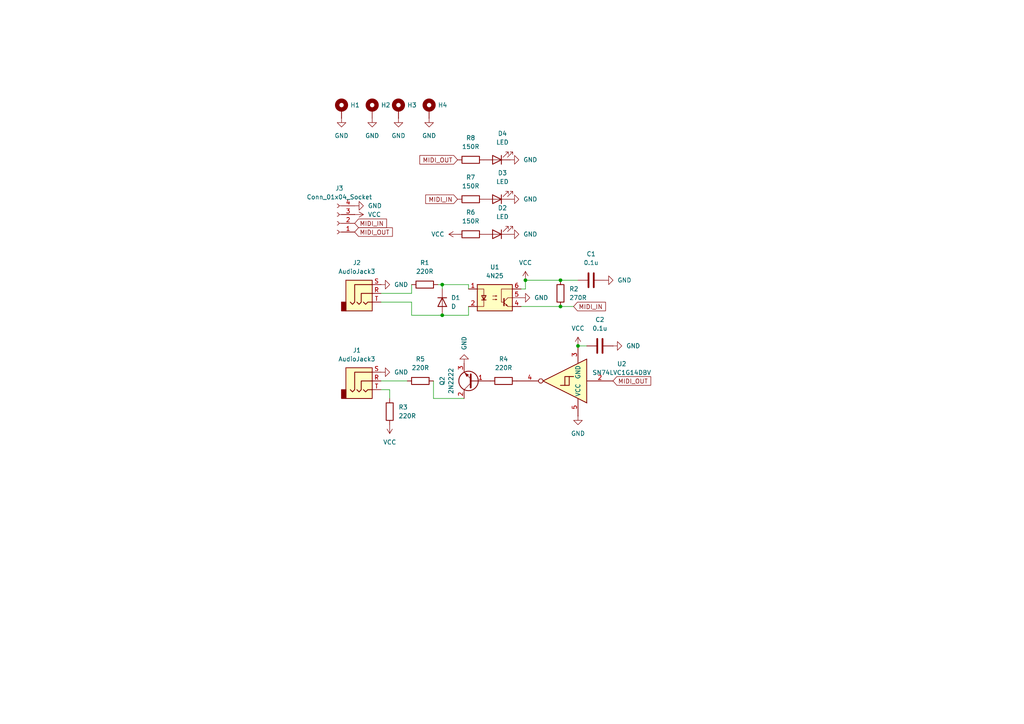
<source format=kicad_sch>
(kicad_sch (version 20231120) (generator "eeschema") (generator_version "8.0")
  (paper "A4")
  (lib_symbols
    (symbol "74xGxx:SN74LVC1G14DBV"
      (property "Reference" "U" (at 0 3.81 0))
      (property "Value" "SN74LVC1G14DBV" (at 0 -3.81 0))
      (symbol "SN74LVC1G14DBV_0_1"
        (polyline (pts (xy -7.62 6.35) (xy -7.62 -6.35) (xy 5.08 0) (xy -7.62 6.35)) (stroke (width 0.254)) (fill (type background)))
      )
      (symbol "SN74LVC1G14DBV_1_1"
        (polyline (pts (xy -3.81 -1.27) (xy -1.27 -1.27) (xy -1.27 1.27)) (stroke (width 0.254)))
        (polyline (pts (xy -2.54 -1.27) (xy -2.54 1.27) (xy 0 1.27)) (stroke (width 0.254)))
        (pin no_connect line (at -7.62 5.08 180) (length 5.08) hide (name "NC") (number "1"))
        (pin input line (at -15.24 0 0) (length 7.62) (name "~") (number "2"))
        (pin power_in line (at -5.08 -10.16 90) (length 5.08) (name "GND") (number "3"))
        (pin output inverted (at 12.7 0 180) (length 7.62) (name "~") (number "4"))
        (pin power_in line (at -5.08 10.16 270) (length 5.08) (name "VCC") (number "5"))
      )
    )
    (symbol "Connector:Conn_01x04_Socket" (pin_names (offset 1.016) hide)
      (property "Reference" "J" (at 0 5.08 0))
      (property "Value" "Conn_01x04_Socket" (at 0 -7.62 0))
      (symbol "Conn_01x04_Socket_1_1"
        (arc (start 0 -4.572) (mid -0.5058 -5.08) (end 0 -5.588) (stroke (width 0.1524)))
        (arc (start 0 -2.032) (mid -0.5058 -2.54) (end 0 -3.048) (stroke (width 0.1524)))
        (polyline (pts (xy -1.27 -5.08) (xy -0.508 -5.08)) (stroke (width 0.1524)))
        (polyline (pts (xy -1.27 -2.54) (xy -0.508 -2.54)) (stroke (width 0.1524)))
        (polyline (pts (xy -1.27 0) (xy -0.508 0)) (stroke (width 0.1524)))
        (polyline (pts (xy -1.27 2.54) (xy -0.508 2.54)) (stroke (width 0.1524)))
        (arc (start 0 0.508) (mid -0.5058 0) (end 0 -0.508) (stroke (width 0.1524)))
        (arc (start 0 3.048) (mid -0.5058 2.54) (end 0 2.032) (stroke (width 0.1524)))
        (pin passive line (at -5.08 2.54 0) (length 3.81) (name "Pin_1") (number "1"))
        (pin passive line (at -5.08 0 0) (length 3.81) (name "Pin_2") (number "2"))
        (pin passive line (at -5.08 -2.54 0) (length 3.81) (name "Pin_3") (number "3"))
        (pin passive line (at -5.08 -5.08 0) (length 3.81) (name "Pin_4") (number "4"))
      )
    )
    (symbol "Connector_Audio:AudioJack3"
      (property "Reference" "J" (at 0 8.89 0))
      (property "Value" "AudioJack3" (at 0 6.35 0))
      (symbol "AudioJack3_0_1"
        (rectangle (start -5.08 -5.08) (end -6.35 -2.54) (stroke (width 0.254)) (fill (type outline)))
        (polyline (pts (xy 0 -2.54) (xy 0.635 -3.175) (xy 1.27 -2.54) (xy 2.54 -2.54)) (stroke (width 0.254)))
        (polyline (pts (xy -1.905 -2.54) (xy -1.27 -3.175) (xy -0.635 -2.54) (xy -0.635 0) (xy 2.54 0)) (stroke (width 0.254)))
        (polyline (pts (xy 2.54 2.54) (xy -2.54 2.54) (xy -2.54 -2.54) (xy -3.175 -3.175) (xy -3.81 -2.54)) (stroke (width 0.254)))
        (rectangle (start 2.54 3.81) (end -5.08 -5.08) (stroke (width 0.254)) (fill (type background)))
      )
      (symbol "AudioJack3_1_1"
        (pin passive line (at 5.08 0 180) (length 2.54) (name "~") (number "R"))
        (pin passive line (at 5.08 2.54 180) (length 2.54) (name "~") (number "S"))
        (pin passive line (at 5.08 -2.54 180) (length 2.54) (name "~") (number "T"))
      )
    )
    (symbol "Device:C" (pin_numbers hide) (pin_names (offset 0.254))
      (property "Reference" "C" (at 0.635 2.54 0))
      (property "Value" "C" (at 0.635 -2.54 0))
      (symbol "C_0_1"
        (polyline (pts (xy -2.032 -0.762) (xy 2.032 -0.762)) (stroke (width 0.508)))
        (polyline (pts (xy -2.032 0.762) (xy 2.032 0.762)) (stroke (width 0.508)))
      )
      (symbol "C_1_1"
        (pin passive line (at 0 3.81 270) (length 2.794) (name "~") (number "1"))
        (pin passive line (at 0 -3.81 90) (length 2.794) (name "~") (number "2"))
      )
    )
    (symbol "Device:D" (pin_numbers hide) (pin_names (offset 1.016) hide)
      (property "Reference" "D" (at 0 2.54 0))
      (property "Value" "D" (at 0 -2.54 0))
      (symbol "D_0_1"
        (polyline (pts (xy -1.27 1.27) (xy -1.27 -1.27)) (stroke (width 0.254)))
        (polyline (pts (xy 1.27 0) (xy -1.27 0)))
        (polyline (pts (xy 1.27 1.27) (xy 1.27 -1.27) (xy -1.27 0) (xy 1.27 1.27)) (stroke (width 0.254)))
      )
      (symbol "D_1_1"
        (pin passive line (at -3.81 0 0) (length 2.54) (name "K") (number "1"))
        (pin passive line (at 3.81 0 180) (length 2.54) (name "A") (number "2"))
      )
    )
    (symbol "Device:LED" (pin_numbers hide) (pin_names (offset 1.016) hide)
      (property "Reference" "D" (at 0 2.54 0))
      (property "Value" "LED" (at 0 -2.54 0))
      (symbol "LED_0_1"
        (polyline (pts (xy -1.27 -1.27) (xy -1.27 1.27)) (stroke (width 0.254)))
        (polyline (pts (xy -1.27 0) (xy 1.27 0)))
        (polyline (pts (xy 1.27 -1.27) (xy 1.27 1.27) (xy -1.27 0) (xy 1.27 -1.27)) (stroke (width 0.254)))
        (polyline (pts (xy -3.048 -0.762) (xy -4.572 -2.286) (xy -3.81 -2.286) (xy -4.572 -2.286) (xy -4.572 -1.524)))
        (polyline (pts (xy -1.778 -0.762) (xy -3.302 -2.286) (xy -2.54 -2.286) (xy -3.302 -2.286) (xy -3.302 -1.524)))
      )
      (symbol "LED_1_1"
        (pin passive line (at -3.81 0 0) (length 2.54) (name "K") (number "1"))
        (pin passive line (at 3.81 0 180) (length 2.54) (name "A") (number "2"))
      )
    )
    (symbol "Device:R" (pin_numbers hide) (pin_names (offset 0))
      (property "Reference" "R" (at 2.032 0 90))
      (property "Value" "R" (at 0 0 90))
      (symbol "R_0_1"
        (rectangle (start -1.016 -2.54) (end 1.016 2.54) (stroke (width 0.254)))
      )
      (symbol "R_1_1"
        (pin passive line (at 0 3.81 270) (length 1.27) (name "~") (number "1"))
        (pin passive line (at 0 -3.81 90) (length 1.27) (name "~") (number "2"))
      )
    )
    (symbol "Isolator:4N25" (pin_names (offset 1.016))
      (property "Reference" "U" (at -5.08 5.08 0))
      (property "Value" "4N25" (at 0 5.08 0))
      (symbol "4N25_0_1"
        (rectangle (start -5.08 3.81) (end 5.08 -3.81) (stroke (width 0.254)) (fill (type background)))
        (polyline (pts (xy -3.81 -0.635) (xy -2.54 -0.635)) (stroke (width 0.254)))
        (polyline (pts (xy 2.667 -1.397) (xy 3.81 -2.54)))
        (polyline (pts (xy 2.667 -1.143) (xy 3.81 0)))
        (polyline (pts (xy 3.81 -2.54) (xy 5.08 -2.54)))
        (polyline (pts (xy 3.81 0) (xy 5.08 0)))
        (polyline (pts (xy 2.667 -0.254) (xy 2.667 -2.286) (xy 2.667 -2.286)) (stroke (width 0.3556)))
        (polyline (pts (xy -5.08 -2.54) (xy -3.175 -2.54) (xy -3.175 2.54) (xy -5.08 2.54)))
        (polyline (pts (xy -3.175 -0.635) (xy -3.81 0.635) (xy -2.54 0.635) (xy -3.175 -0.635)) (stroke (width 0.254)))
        (polyline (pts (xy 3.683 -2.413) (xy 3.429 -1.905) (xy 3.175 -2.159) (xy 3.683 -2.413)))
        (polyline (pts (xy 5.08 2.54) (xy 1.905 2.54) (xy 1.905 -1.27) (xy 2.54 -1.27)))
        (polyline (pts (xy -0.635 -0.508) (xy 0.635 -0.508) (xy 0.254 -0.635) (xy 0.254 -0.381) (xy 0.635 -0.508)))
        (polyline (pts (xy -0.635 0.508) (xy 0.635 0.508) (xy 0.254 0.381) (xy 0.254 0.635) (xy 0.635 0.508)))
      )
      (symbol "4N25_1_1"
        (pin passive line (at -7.62 2.54 0) (length 2.54) (name "~") (number "1"))
        (pin passive line (at -7.62 -2.54 0) (length 2.54) (name "~") (number "2"))
        (pin no_connect line (at -5.08 0 0) (length 2.54) hide (name "NC") (number "3"))
        (pin passive line (at 7.62 -2.54 180) (length 2.54) (name "~") (number "4"))
        (pin passive line (at 7.62 0 180) (length 2.54) (name "~") (number "5"))
        (pin passive line (at 7.62 2.54 180) (length 2.54) (name "~") (number "6"))
      )
    )
    (symbol "Mechanical:MountingHole_Pad" (pin_numbers hide) (pin_names (offset 1.016) hide) (exclude_from_sim yes) (in_bom no)
      (property "Reference" "H" (at 0 6.35 0))
      (property "Value" "MountingHole_Pad" (at 0 4.445 0))
      (symbol "MountingHole_Pad_0_1"
        (circle (center 0 1.27) (radius 1.27) (stroke (width 1.27)))
      )
      (symbol "MountingHole_Pad_1_1"
        (pin input line (at 0 -2.54 90) (length 2.54) (name "1") (number "1"))
      )
    )
    (symbol "Transistor_BJT:2N2219" (pin_names (offset 0) hide)
      (property "Reference" "Q2" (at 8.89 0 90))
      (property "Value" "2N2219" (at 6.35 0 90))
      (symbol "2N2219_0_1"
        (polyline (pts (xy 0.635 0.635) (xy 2.54 2.54)))
        (polyline (pts (xy 0.635 -0.635) (xy 2.54 -2.54) (xy 2.54 -2.54)))
        (polyline (pts (xy 0.635 1.905) (xy 0.635 -1.905) (xy 0.635 -1.905)) (stroke (width 0.508)))
        (polyline (pts (xy 1.27 -1.778) (xy 1.778 -1.27) (xy 2.286 -2.286) (xy 1.27 -1.778) (xy 1.27 -1.778)) (fill (type outline)))
        (circle (center 1.27 0) (radius 2.8194) (stroke (width 0.254)))
      )
      (symbol "2N2219_1_1"
        (pin passive line (at -5.08 0 0) (length 5.715) (name "B") (number "1"))
        (pin passive line (at 2.54 5.08 270) (length 2.54) (name "C") (number "2"))
        (pin passive line (at 2.54 -5.08 90) (length 2.54) (name "E") (number "3"))
      )
    )
    (symbol "power:GND" (power) (pin_numbers hide) (pin_names (offset 0) hide)
      (property "Value" "GND" (at 0 -3.81 0))
      (symbol "GND_0_1"
        (polyline (pts (xy 0 0) (xy 0 -1.27) (xy 1.27 -1.27) (xy 0 -2.54) (xy -1.27 -1.27) (xy 0 -1.27)))
      )
      (symbol "GND_1_1"
        (pin power_in line (at 0 0 270) (length 0) (name "~") (number "1"))
      )
    )
    (symbol "power:VCC" (power) (pin_numbers hide) (pin_names (offset 0) hide)
      (property "Value" "VCC" (at 0 3.556 0))
      (symbol "VCC_0_1"
        (polyline (pts (xy -0.762 1.27) (xy 0 2.54)))
        (polyline (pts (xy 0 0) (xy 0 2.54)))
        (polyline (pts (xy 0 2.54) (xy 0.762 1.27)))
      )
      (symbol "VCC_1_1"
        (pin power_in line (at 0 0 90) (length 0) (name "~") (number "1"))
      )
    )
  )
  (junction (at 167.64 100.33))
  (junction (at 152.4 81.28))
  (junction (at 128.27 91.44))
  (junction (at 162.56 81.28))
  (junction (at 162.56 88.9))
  (junction (at 128.27 82.55))
  (wire (pts (xy 125.73 115.57) (xy 134.62 115.57)))
  (wire (pts (xy 151.13 88.9) (xy 162.56 88.9)))
  (wire (pts (xy 135.89 82.55) (xy 128.27 82.55)))
  (wire (pts (xy 110.49 110.49) (xy 118.11 110.49)))
  (wire (pts (xy 162.56 81.28) (xy 167.64 81.28)))
  (wire (pts (xy 110.49 87.63) (xy 119.38 87.63)))
  (wire (pts (xy 167.64 100.33) (xy 170.18 100.33)))
  (wire (pts (xy 125.73 115.57) (xy 125.73 110.49)))
  (wire (pts (xy 128.27 82.55) (xy 128.27 83.82)))
  (wire (pts (xy 162.56 88.9) (xy 166.37 88.9)))
  (wire (pts (xy 110.49 113.03) (xy 113.03 113.03)))
  (wire (pts (xy 152.4 83.82) (xy 152.4 81.28)))
  (wire (pts (xy 152.4 81.28) (xy 162.56 81.28)))
  (wire (pts (xy 119.38 85.09) (xy 119.38 82.55)))
  (wire (pts (xy 119.38 91.44) (xy 128.27 91.44)))
  (wire (pts (xy 113.03 113.03) (xy 113.03 115.57)))
  (wire (pts (xy 110.49 85.09) (xy 119.38 85.09)))
  (wire (pts (xy 127 82.55) (xy 128.27 82.55)))
  (wire (pts (xy 128.27 91.44) (xy 135.89 91.44)))
  (wire (pts (xy 151.13 83.82) (xy 152.4 83.82)))
  (wire (pts (xy 119.38 87.63) (xy 119.38 91.44)))
  (wire (pts (xy 135.89 91.44) (xy 135.89 88.9)))
  (wire (pts (xy 135.89 83.82) (xy 135.89 82.55)))
  (global_label "MIDI_IN" (shape input) (at 166.37 88.9 0) (property "Intersheetrefs" "${INTERSHEET_REFS}" (effects (hide yes))))
  (global_label "MIDI_OUT" (shape input) (at 132.715 46.355 180) (property "Intersheetrefs" "${INTERSHEET_REFS}" (effects (hide yes))))
  (global_label "MIDI_IN" (shape input) (at 132.715 57.785 180) (property "Intersheetrefs" "${INTERSHEET_REFS}" (effects (hide yes))))
  (global_label "MIDI_IN" (shape input) (at 102.87 64.77 0) (property "Intersheetrefs" "${INTERSHEET_REFS}" (effects (hide yes))))
  (global_label "MIDI_OUT" (shape input) (at 177.8 110.49 0) (property "Intersheetrefs" "${INTERSHEET_REFS}" (effects (hide yes))))
  (global_label "MIDI_OUT" (shape input) (at 102.87 67.31 0) (property "Intersheetrefs" "${INTERSHEET_REFS}" (effects (hide yes))))
  (symbol (lib_id "74xGxx:SN74LVC1G14DBV") (at 162.56 110.49 180) (unit 1)
    (property "Reference" "U2" (at 180.34 105.5368 0))
    (property "Value" "SN74LVC1G14DBV" (at 180.34 108.0768 0))
    (property "Footprint" "Package_TO_SOT_SMD:SOT-23-5" (effects (hide yes)))
    (property "Datasheet" "https://www.ti.com/lit/ds/symlink/sn74lvc1g14.pdf" (effects (hide yes)))
    (property "Description" "Single Schmitt NOT Gate, Low-Voltage CMOS, SOT-23" (effects (hide yes)))
    (property "LCSC Part #" "C434069" (effects (hide yes)))
    (property "Part #" "SN74LVC1G14DBVR" (effects (hide yes)))
  )
  (symbol (lib_id "power:GND") (at 107.95 34.29 0) (unit 1)
    (property "Reference" "#PWR018" (effects (hide yes)))
    (property "Value" "GND" (at 107.95 39.37 0))
    (property "Description" "Power symbol creates a global label with name \"GND\" , ground" (effects (hide yes)))
  )
  (symbol (lib_id "power:GND") (at 124.46 34.29 0) (unit 1)
    (property "Reference" "#PWR020" (effects (hide yes)))
    (property "Value" "GND" (at 124.46 39.37 0))
    (property "Description" "Power symbol creates a global label with name \"GND\" , ground" (effects (hide yes)))
  )
  (symbol (lib_id "Mechanical:MountingHole_Pad") (at 124.46 31.75 0) (unit 1) (exclude_from_sim yes) (in_bom no)
    (property "Reference" "H4" (at 127 30.4799 0) (effects (justify left)))
    (property "Value" "MountingHole_Pad" (effects (hide yes)))
    (property "Footprint" "MountingHole:MountingHole_2.2mm_M2_Pad" (effects (hide yes)))
    (property "Description" "Mounting Hole with connection" (effects (hide yes)))
  )
  (symbol (lib_id "power:GND") (at 99.06 34.29 0) (unit 1)
    (property "Reference" "#PWR017" (effects (hide yes)))
    (property "Value" "GND" (at 99.06 39.37 0))
    (property "Description" "Power symbol creates a global label with name \"GND\" , ground" (effects (hide yes)))
  )
  (symbol (lib_id "power:GND") (at 110.49 107.95 90) (unit 1)
    (property "Reference" "#PWR09" (effects (hide yes)))
    (property "Value" "GND" (at 114.3 107.9499 90) (effects (justify right)))
    (property "Description" "Power symbol creates a global label with name \"GND\" , ground" (effects (hide yes)))
  )
  (symbol (lib_id "Connector:Conn_01x04_Socket") (at 97.79 64.77 180) (unit 1) (in_bom no)
    (property "Reference" "J3" (at 98.425 54.61 0))
    (property "Value" "Conn_01x04_Socket" (at 98.425 57.15 0))
    (property "Footprint" "Connector_PinSocket_2.54mm:PinSocket_1x04_P2.54mm_Vertical" (effects (hide yes)))
    (property "Description" "Generic connector, single row, 01x04, script generated" (effects (hide yes)))
  )
  (symbol (lib_id "Mechanical:MountingHole_Pad") (at 115.57 31.75 0) (unit 1) (exclude_from_sim yes) (in_bom no)
    (property "Reference" "H3" (at 118.11 30.4799 0) (effects (justify left)))
    (property "Value" "MountingHole_Pad" (effects (hide yes)))
    (property "Footprint" "MountingHole:MountingHole_2.2mm_M2_Pad" (effects (hide yes)))
    (property "Description" "Mounting Hole with connection" (effects (hide yes)))
  )
  (symbol (lib_id "Device:LED") (at 144.145 67.945 180) (unit 1)
    (property "Reference" "D2" (at 145.7325 60.325 0))
    (property "Value" "LED" (at 145.7325 62.865 0))
    (property "Footprint" "LED_SMD:LED_0603_1608Metric" (effects (hide yes)))
    (property "Description" "Light emitting diode" (effects (hide yes)))
    (property "Part #" "LTST-C190KRKT" (effects (hide yes)))
  )
  (symbol (lib_id "Device:D") (at 128.27 87.63 270) (unit 1)
    (property "Reference" "D1" (at 130.81 86.3599 90) (effects (justify left)))
    (property "Value" "D" (at 130.81 88.8999 90) (effects (justify left)))
    (property "Footprint" "Diode_SMD:D_SMA" (effects (hide yes)))
    (property "Description" "Diode" (effects (hide yes)))
    (property "Sim.Device" "D" (effects (hide yes)))
    (property "Sim.Pins" "1=K 2=A" (effects (hide yes)))
    (property "LCSC Part #" "C95872" (effects (hide yes)))
    (property "Part #" "M7" (effects (hide yes)))
  )
  (symbol (lib_id "power:VCC") (at 113.03 123.19 180) (unit 1)
    (property "Reference" "#PWR03" (effects (hide yes)))
    (property "Value" "VCC" (at 113.03 128.27 0))
    (property "Description" "Power symbol creates a global label with name \"VCC\"" (effects (hide yes)))
  )
  (symbol (lib_id "power:VCC") (at 167.64 100.33 0) (unit 1)
    (property "Reference" "#PWR06" (effects (hide yes)))
    (property "Value" "VCC" (at 167.64 95.25 0))
    (property "Description" "Power symbol creates a global label with name \"VCC\"" (effects (hide yes)))
  )
  (symbol (lib_id "power:GND") (at 147.955 67.945 90) (unit 1)
    (property "Reference" "#PWR013" (effects (hide yes)))
    (property "Value" "GND" (at 151.765 67.9449 90) (effects (justify right)))
    (property "Description" "Power symbol creates a global label with name \"GND\" , ground" (effects (hide yes)))
  )
  (symbol (lib_id "Isolator:4N25") (at 143.51 86.36 0) (unit 1)
    (property "Reference" "U1" (at 143.51 77.47 0))
    (property "Value" "4N25" (at 143.51 80.01 0))
    (property "Footprint" "Package_DIP:DIP-6_W7.62mm" (effects (hide yes)))
    (property "Datasheet" "https://www.vishay.com/docs/83725/4n25.pdf" (effects (hide yes)))
    (property "Description" "DC Optocoupler Base Connected, Vce 30V, CTR 20%, Viso 2500V, DIP6" (effects (hide yes)))
    (property "LCSC Part #" "C115480" (effects (hide yes)))
    (property "Part #" "4N25" (effects (hide yes)))
  )
  (symbol (lib_id "Connector_Audio:AudioJack3") (at 105.41 85.09 0) (unit 1)
    (property "Reference" "J2" (at 103.505 76.2 0))
    (property "Value" "AudioJack3" (at 103.505 78.74 0))
    (property "Footprint" "Connector_Audio:Jack_3.5mm_QingPu_WQP-PJ398SM_Vertical_CircularHoles" (effects (hide yes)))
    (property "Description" "Audio Jack, 3 Poles (Stereo / TRS)" (effects (hide yes)))
    (property "Part #" "SJ1-3523N" (effects (hide yes)))
  )
  (symbol (lib_id "Device:R") (at 136.525 67.945 90) (unit 1)
    (property "Reference" "R6" (at 136.525 61.595 90))
    (property "Value" "150R" (at 136.525 64.135 90))
    (property "Footprint" "Resistor_SMD:R_1206_3216Metric" (effects (hide yes)))
    (property "Description" "Resistor" (effects (hide yes)))
    (property "LCSC Part #" "C17917" (effects (hide yes)))
    (property "Part #" "RMCF1206JT150R" (effects (hide yes)))
  )
  (symbol (lib_id "power:GND") (at 167.64 120.65 0) (unit 1)
    (property "Reference" "#PWR07" (effects (hide yes)))
    (property "Value" "GND" (at 167.64 125.73 0))
    (property "Description" "Power symbol creates a global label with name \"GND\" , ground" (effects (hide yes)))
  )
  (symbol (lib_id "power:VCC") (at 132.715 67.945 90) (unit 1)
    (property "Reference" "#PWR012" (effects (hide yes)))
    (property "Value" "VCC" (at 128.905 67.9449 90) (effects (justify left)))
    (property "Description" "Power symbol creates a global label with name \"VCC\"" (effects (hide yes)))
  )
  (symbol (lib_id "Device:LED") (at 144.145 57.785 180) (unit 1)
    (property "Reference" "D3" (at 145.7325 50.165 0))
    (property "Value" "LED" (at 145.7325 52.705 0))
    (property "Footprint" "LED_SMD:LED_0603_1608Metric" (effects (hide yes)))
    (property "Description" "Light emitting diode" (effects (hide yes)))
    (property "Part #" "LTST-C190GKT" (effects (hide yes)))
  )
  (symbol (lib_id "power:GND") (at 102.87 59.69 90) (unit 1)
    (property "Reference" "#PWR011" (effects (hide yes)))
    (property "Value" "GND" (at 106.68 59.6899 90) (effects (justify right)))
    (property "Description" "Power symbol creates a global label with name \"GND\" , ground" (effects (hide yes)))
  )
  (symbol (lib_id "Device:R") (at 136.525 57.785 90) (unit 1)
    (property "Reference" "R7" (at 136.525 51.435 90))
    (property "Value" "150R" (at 136.525 53.975 90))
    (property "Footprint" "Resistor_SMD:R_1206_3216Metric" (effects (hide yes)))
    (property "Description" "Resistor" (effects (hide yes)))
    (property "LCSC Part #" "C17917" (effects (hide yes)))
    (property "Part #" "RMCF1206JT150R" (effects (hide yes)))
  )
  (symbol (lib_id "Device:R") (at 123.19 82.55 90) (unit 1)
    (property "Reference" "R1" (at 123.19 76.2 90))
    (property "Value" "220R" (at 123.19 78.74 90))
    (property "Footprint" "Resistor_SMD:R_1206_3216Metric" (effects (hide yes)))
    (property "Description" "Resistor" (effects (hide yes)))
    (property "LCSC Part #" "C25336" (effects (hide yes)))
    (property "Part #" "RMCF1206FT220R" (effects (hide yes)))
  )
  (symbol (lib_id "Device:R") (at 146.05 110.49 270) (unit 1)
    (property "Reference" "R4" (at 146.05 104.14 90))
    (property "Value" "220R" (at 146.05 106.68 90))
    (property "Footprint" "Resistor_SMD:R_1206_3216Metric" (effects (hide yes)))
    (property "Description" "Resistor" (effects (hide yes)))
    (property "LCSC Part #" "C25336" (effects (hide yes)))
    (property "Part #" "RMCF1206FT220R" (effects (hide yes)))
  )
  (symbol (lib_id "Device:C") (at 173.99 100.33 270) (mirror x) (unit 1)
    (property "Reference" "C2" (at 173.99 92.71 90))
    (property "Value" "0.1u" (at 173.99 95.25 90))
    (property "Footprint" "Capacitor_SMD:C_0603_1608Metric" (effects (hide yes)))
    (property "Description" "Unpolarized capacitor" (effects (hide yes)))
    (property "LCSC Part #" "C6666325" (effects (hide yes)))
    (property "Part #" "CC0603KRX7R7BB104" (effects (hide yes)))
  )
  (symbol (lib_id "Device:LED") (at 144.145 46.355 180) (unit 1)
    (property "Reference" "D4" (at 145.7325 38.735 0))
    (property "Value" "LED" (at 145.7325 41.275 0))
    (property "Footprint" "LED_SMD:LED_0603_1608Metric" (effects (hide yes)))
    (property "Description" "Light emitting diode" (effects (hide yes)))
    (property "Part #" "LTST-C190KFKT" (effects (hide yes)))
  )
  (symbol (lib_id "Mechanical:MountingHole_Pad") (at 107.95 31.75 0) (unit 1) (exclude_from_sim yes) (in_bom no)
    (property "Reference" "H2" (at 110.49 30.4799 0) (effects (justify left)))
    (property "Value" "MountingHole_Pad" (effects (hide yes)))
    (property "Footprint" "MountingHole:MountingHole_2.2mm_M2_Pad" (effects (hide yes)))
    (property "Description" "Mounting Hole with connection" (effects (hide yes)))
  )
  (symbol (lib_id "power:VCC") (at 152.4 81.28 0) (unit 1)
    (property "Reference" "#PWR05" (effects (hide yes)))
    (property "Value" "VCC" (at 152.4 76.2 0))
    (property "Description" "Power symbol creates a global label with name \"VCC\"" (effects (hide yes)))
  )
  (symbol (lib_id "power:GND") (at 134.62 105.41 180) (unit 1)
    (property "Reference" "#PWR08" (effects (hide yes)))
    (property "Value" "GND" (at 134.6199 101.6 90) (effects (justify right)))
    (property "Description" "Power symbol creates a global label with name \"GND\" , ground" (effects (hide yes)))
  )
  (symbol (lib_id "Connector_Audio:AudioJack3") (at 105.41 110.49 0) (unit 1)
    (property "Reference" "J1" (at 103.505 101.6 0))
    (property "Value" "AudioJack3" (at 103.505 104.14 0))
    (property "Footprint" "Connector_Audio:Jack_3.5mm_QingPu_WQP-PJ398SM_Vertical_CircularHoles" (effects (hide yes)))
    (property "Description" "Audio Jack, 3 Poles (Stereo / TRS)" (effects (hide yes)))
    (property "Part #" "SJ1-3523N" (effects (hide yes)))
  )
  (symbol (lib_id "Device:R") (at 113.03 119.38 180) (unit 1)
    (property "Reference" "R3" (at 115.57 118.1099 0) (effects (justify right)))
    (property "Value" "220R" (at 115.57 120.6499 0) (effects (justify right)))
    (property "Footprint" "Resistor_SMD:R_1206_3216Metric" (effects (hide yes)))
    (property "Description" "Resistor" (effects (hide yes)))
    (property "LCSC Part #" "C25336" (effects (hide yes)))
    (property "Part #" "RMCF1206FT220R" (effects (hide yes)))
  )
  (symbol (lib_id "power:GND") (at 147.955 46.355 90) (unit 1)
    (property "Reference" "#PWR016" (effects (hide yes)))
    (property "Value" "GND" (at 151.765 46.3549 90) (effects (justify right)))
    (property "Description" "Power symbol creates a global label with name \"GND\" , ground" (effects (hide yes)))
  )
  (symbol (lib_id "power:GND") (at 175.26 81.28 90) (unit 1)
    (property "Reference" "#PWR04" (effects (hide yes)))
    (property "Value" "GND" (at 179.07 81.2799 90) (effects (justify right)))
    (property "Description" "Power symbol creates a global label with name \"GND\" , ground" (effects (hide yes)))
  )
  (symbol (lib_id "power:GND") (at 151.13 86.36 90) (unit 1)
    (property "Reference" "#PWR02" (effects (hide yes)))
    (property "Value" "GND" (at 154.94 86.3599 90) (effects (justify right)))
    (property "Description" "Power symbol creates a global label with name \"GND\" , ground" (effects (hide yes)))
  )
  (symbol (lib_id "Mechanical:MountingHole_Pad") (at 99.06 31.75 0) (unit 1) (exclude_from_sim yes) (in_bom no)
    (property "Reference" "H1" (at 101.6 30.4799 0) (effects (justify left)))
    (property "Value" "MountingHole_Pad" (effects (hide yes)))
    (property "Footprint" "MountingHole:MountingHole_2.2mm_M2_Pad" (effects (hide yes)))
    (property "Description" "Mounting Hole with connection" (effects (hide yes)))
  )
  (symbol (lib_id "Device:R") (at 136.525 46.355 90) (unit 1)
    (property "Reference" "R8" (at 136.525 40.005 90))
    (property "Value" "150R" (at 136.525 42.545 90))
    (property "Footprint" "Resistor_SMD:R_1206_3216Metric" (effects (hide yes)))
    (property "Description" "Resistor" (effects (hide yes)))
    (property "LCSC Part #" "C17917" (effects (hide yes)))
    (property "Part #" "RMCF1206JT150R" (effects (hide yes)))
  )
  (symbol (lib_id "Device:C") (at 171.45 81.28 270) (mirror x) (unit 1)
    (property "Reference" "C1" (at 171.45 73.66 90))
    (property "Value" "0.1u" (at 171.45 76.2 90))
    (property "Footprint" "Capacitor_SMD:C_0603_1608Metric" (effects (hide yes)))
    (property "Description" "Unpolarized capacitor" (effects (hide yes)))
    (property "LCSC Part #" "C6666325" (effects (hide yes)))
    (property "Part #" "CC0603KRX7R7BB104" (effects (hide yes)))
  )
  (symbol (lib_id "power:GND") (at 177.8 100.33 90) (unit 1)
    (property "Reference" "#PWR015" (effects (hide yes)))
    (property "Value" "GND" (at 181.61 100.3299 90) (effects (justify right)))
    (property "Description" "Power symbol creates a global label with name \"GND\" , ground" (effects (hide yes)))
  )
  (symbol (lib_id "Device:R") (at 121.92 110.49 270) (unit 1)
    (property "Reference" "R5" (at 121.92 104.14 90))
    (property "Value" "220R" (at 121.92 106.68 90))
    (property "Footprint" "Resistor_SMD:R_1206_3216Metric" (effects (hide yes)))
    (property "Description" "Resistor" (effects (hide yes)))
    (property "LCSC Part #" "C25336" (effects (hide yes)))
    (property "Part #" "RMCF1206FT220R" (effects (hide yes)))
  )
  (symbol (lib_id "Transistor_BJT:2N2219") (at 137.16 110.49 180) (unit 1)
    (property "Reference" "Q2" (at 128.27 110.49 90))
    (property "Value" "2N2222" (at 130.81 110.49 90))
    (property "Footprint" "Package_TO_SOT_THT:TO-92" (effects (hide yes)))
    (property "LCSC Part #" "C21714170" (effects (hide yes)))
    (property "Part #" "2N2222A" (effects (hide yes)))
  )
  (symbol (lib_id "power:GND") (at 147.955 57.785 90) (unit 1)
    (property "Reference" "#PWR014" (effects (hide yes)))
    (property "Value" "GND" (at 151.765 57.7849 90) (effects (justify right)))
    (property "Description" "Power symbol creates a global label with name \"GND\" , ground" (effects (hide yes)))
  )
  (symbol (lib_id "Device:R") (at 162.56 85.09 180) (unit 1)
    (property "Reference" "R2" (at 165.1 83.8199 0) (effects (justify right)))
    (property "Value" "270R" (at 165.1 86.3599 0) (effects (justify right)))
    (property "Footprint" "Resistor_SMD:R_1206_3216Metric" (effects (hide yes)))
    (property "Description" "Resistor" (effects (hide yes)))
    (property "LCSC Part #" "C50842" (effects (hide yes)))
    (property "Part #" "RMCF1206JT270R" (effects (hide yes)))
  )
  (symbol (lib_id "power:VCC") (at 102.87 62.23 270) (unit 1)
    (property "Reference" "#PWR010" (effects (hide yes)))
    (property "Value" "VCC" (at 106.68 62.2299 90) (effects (justify left)))
    (property "Description" "Power symbol creates a global label with name \"VCC\"" (effects (hide yes)))
  )
  (symbol (lib_id "power:GND") (at 110.49 82.55 90) (unit 1)
    (property "Reference" "#PWR01" (effects (hide yes)))
    (property "Value" "GND" (at 114.3 82.5499 90) (effects (justify right)))
    (property "Description" "Power symbol creates a global label with name \"GND\" , ground" (effects (hide yes)))
  )
  (symbol (lib_id "power:GND") (at 115.57 34.29 0) (unit 1)
    (property "Reference" "#PWR019" (effects (hide yes)))
    (property "Value" "GND" (at 115.57 39.37 0))
    (property "Description" "Power symbol creates a global label with name \"GND\" , ground" (effects (hide yes)))
  )
)
</source>
